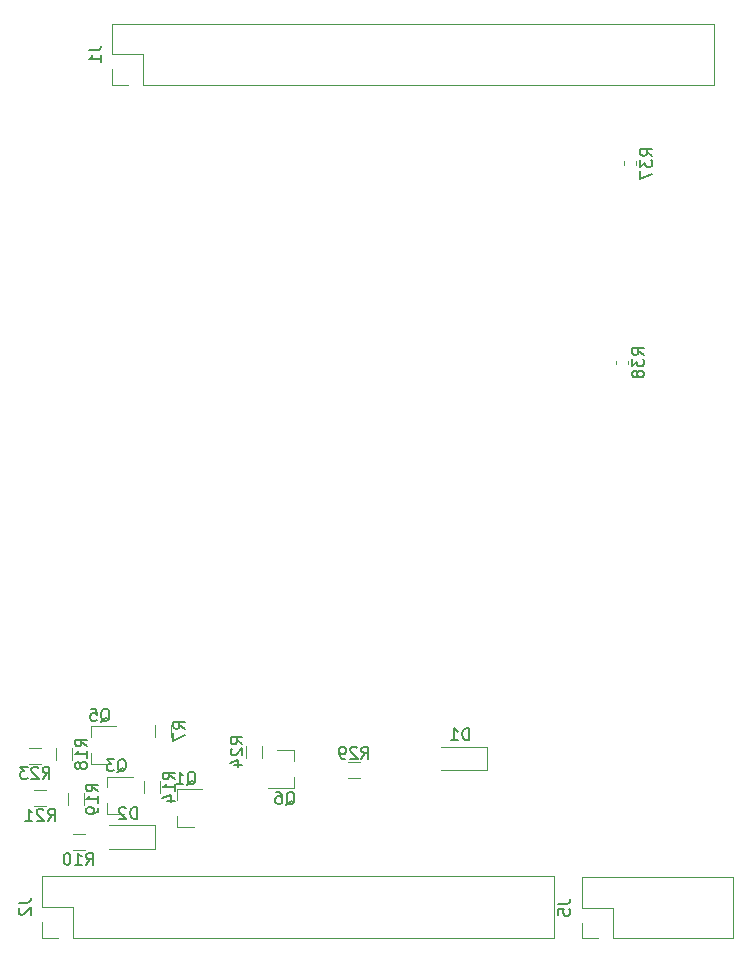
<source format=gbo>
G04 #@! TF.GenerationSoftware,KiCad,Pcbnew,(5.1.5)-3*
G04 #@! TF.CreationDate,2020-05-03T22:11:19-07:00*
G04 #@! TF.ProjectId,DashSight-Mezzanine-Card,44617368-5369-4676-9874-2d4d657a7a61,rev?*
G04 #@! TF.SameCoordinates,Original*
G04 #@! TF.FileFunction,Legend,Bot*
G04 #@! TF.FilePolarity,Positive*
%FSLAX46Y46*%
G04 Gerber Fmt 4.6, Leading zero omitted, Abs format (unit mm)*
G04 Created by KiCad (PCBNEW (5.1.5)-3) date 2020-05-03 22:11:19*
%MOMM*%
%LPD*%
G04 APERTURE LIST*
%ADD10C,0.120000*%
%ADD11C,0.150000*%
G04 APERTURE END LIST*
D10*
X145609000Y-50816000D02*
X145609000Y-52146000D01*
X145609000Y-52146000D02*
X146939000Y-52146000D01*
X145609000Y-49546000D02*
X148209000Y-49546000D01*
X148209000Y-49546000D02*
X148209000Y-52146000D01*
X148209000Y-52146000D02*
X196529000Y-52146000D01*
X196529000Y-46946000D02*
X196529000Y-52146000D01*
X145609000Y-46946000D02*
X196529000Y-46946000D01*
X145609000Y-46946000D02*
X145609000Y-49546000D01*
X188923200Y-58938379D02*
X188923200Y-58612821D01*
X189943200Y-58938379D02*
X189943200Y-58612821D01*
X188212000Y-75803979D02*
X188212000Y-75478421D01*
X189232000Y-75803979D02*
X189232000Y-75478421D01*
X185360000Y-123063000D02*
X185360000Y-124393000D01*
X185360000Y-124393000D02*
X186690000Y-124393000D01*
X185360000Y-121793000D02*
X187960000Y-121793000D01*
X187960000Y-121793000D02*
X187960000Y-124393000D01*
X187960000Y-124393000D02*
X198180000Y-124393000D01*
X198180000Y-119193000D02*
X198180000Y-124393000D01*
X185360000Y-119193000D02*
X198180000Y-119193000D01*
X185360000Y-119193000D02*
X185360000Y-121793000D01*
X139670000Y-123000000D02*
X139670000Y-124330000D01*
X139670000Y-124330000D02*
X141000000Y-124330000D01*
X139670000Y-121730000D02*
X142270000Y-121730000D01*
X142270000Y-121730000D02*
X142270000Y-124330000D01*
X142270000Y-124330000D02*
X182970000Y-124330000D01*
X182970000Y-119130000D02*
X182970000Y-124330000D01*
X139670000Y-119130000D02*
X182970000Y-119130000D01*
X139670000Y-119130000D02*
X139670000Y-121730000D01*
X160970500Y-108465500D02*
X159510500Y-108465500D01*
X160970500Y-111625500D02*
X158810500Y-111625500D01*
X160970500Y-111625500D02*
X160970500Y-110695500D01*
X160970500Y-108465500D02*
X160970500Y-109395500D01*
X143766000Y-109593500D02*
X145226000Y-109593500D01*
X143766000Y-106433500D02*
X145926000Y-106433500D01*
X143766000Y-106433500D02*
X143766000Y-107363500D01*
X143766000Y-109593500D02*
X143766000Y-108663500D01*
X145163000Y-113848000D02*
X146623000Y-113848000D01*
X145163000Y-110688000D02*
X147323000Y-110688000D01*
X145163000Y-110688000D02*
X145163000Y-111618000D01*
X145163000Y-113848000D02*
X145163000Y-112918000D01*
X151068500Y-114927500D02*
X152528500Y-114927500D01*
X151068500Y-111767500D02*
X153228500Y-111767500D01*
X151068500Y-111767500D02*
X151068500Y-112697500D01*
X151068500Y-114927500D02*
X151068500Y-113997500D01*
X141814000Y-112085500D02*
X141814000Y-113085500D01*
X143174000Y-113085500D02*
X143174000Y-112085500D01*
X177319500Y-108156500D02*
X177319500Y-110156500D01*
X177319500Y-110156500D02*
X173419500Y-110156500D01*
X177319500Y-108156500D02*
X173419500Y-108156500D01*
X149189000Y-114824000D02*
X149189000Y-116824000D01*
X149189000Y-116824000D02*
X145289000Y-116824000D01*
X149189000Y-114824000D02*
X145289000Y-114824000D01*
X165552500Y-110852500D02*
X166552500Y-110852500D01*
X166552500Y-109492500D02*
X165552500Y-109492500D01*
X139565000Y-108286000D02*
X138565000Y-108286000D01*
X138565000Y-109646000D02*
X139565000Y-109646000D01*
X140009500Y-111842000D02*
X139009500Y-111842000D01*
X139009500Y-113202000D02*
X140009500Y-113202000D01*
X140861500Y-108275500D02*
X140861500Y-109275500D01*
X142221500Y-109275500D02*
X142221500Y-108275500D01*
X158287000Y-109085000D02*
X158287000Y-108085000D01*
X156927000Y-108085000D02*
X156927000Y-109085000D01*
X143248000Y-115588500D02*
X142248000Y-115588500D01*
X142248000Y-116948500D02*
X143248000Y-116948500D01*
X148291000Y-111069500D02*
X148291000Y-112069500D01*
X149651000Y-112069500D02*
X149651000Y-111069500D01*
X149180000Y-106307000D02*
X149180000Y-107307000D01*
X150540000Y-107307000D02*
X150540000Y-106307000D01*
D11*
X143621380Y-49212666D02*
X144335666Y-49212666D01*
X144478523Y-49165047D01*
X144573761Y-49069809D01*
X144621380Y-48926952D01*
X144621380Y-48831714D01*
X144621380Y-50212666D02*
X144621380Y-49641238D01*
X144621380Y-49926952D02*
X143621380Y-49926952D01*
X143764238Y-49831714D01*
X143859476Y-49736476D01*
X143907095Y-49641238D01*
X191315580Y-58132742D02*
X190839390Y-57799409D01*
X191315580Y-57561314D02*
X190315580Y-57561314D01*
X190315580Y-57942266D01*
X190363200Y-58037504D01*
X190410819Y-58085123D01*
X190506057Y-58132742D01*
X190648914Y-58132742D01*
X190744152Y-58085123D01*
X190791771Y-58037504D01*
X190839390Y-57942266D01*
X190839390Y-57561314D01*
X190315580Y-58466076D02*
X190315580Y-59085123D01*
X190696533Y-58751790D01*
X190696533Y-58894647D01*
X190744152Y-58989885D01*
X190791771Y-59037504D01*
X190887009Y-59085123D01*
X191125104Y-59085123D01*
X191220342Y-59037504D01*
X191267961Y-58989885D01*
X191315580Y-58894647D01*
X191315580Y-58608933D01*
X191267961Y-58513695D01*
X191220342Y-58466076D01*
X190315580Y-59418457D02*
X190315580Y-60085123D01*
X191315580Y-59656552D01*
X190604380Y-74998342D02*
X190128190Y-74665009D01*
X190604380Y-74426914D02*
X189604380Y-74426914D01*
X189604380Y-74807866D01*
X189652000Y-74903104D01*
X189699619Y-74950723D01*
X189794857Y-74998342D01*
X189937714Y-74998342D01*
X190032952Y-74950723D01*
X190080571Y-74903104D01*
X190128190Y-74807866D01*
X190128190Y-74426914D01*
X189604380Y-75331676D02*
X189604380Y-75950723D01*
X189985333Y-75617390D01*
X189985333Y-75760247D01*
X190032952Y-75855485D01*
X190080571Y-75903104D01*
X190175809Y-75950723D01*
X190413904Y-75950723D01*
X190509142Y-75903104D01*
X190556761Y-75855485D01*
X190604380Y-75760247D01*
X190604380Y-75474533D01*
X190556761Y-75379295D01*
X190509142Y-75331676D01*
X190032952Y-76522152D02*
X189985333Y-76426914D01*
X189937714Y-76379295D01*
X189842476Y-76331676D01*
X189794857Y-76331676D01*
X189699619Y-76379295D01*
X189652000Y-76426914D01*
X189604380Y-76522152D01*
X189604380Y-76712628D01*
X189652000Y-76807866D01*
X189699619Y-76855485D01*
X189794857Y-76903104D01*
X189842476Y-76903104D01*
X189937714Y-76855485D01*
X189985333Y-76807866D01*
X190032952Y-76712628D01*
X190032952Y-76522152D01*
X190080571Y-76426914D01*
X190128190Y-76379295D01*
X190223428Y-76331676D01*
X190413904Y-76331676D01*
X190509142Y-76379295D01*
X190556761Y-76426914D01*
X190604380Y-76522152D01*
X190604380Y-76712628D01*
X190556761Y-76807866D01*
X190509142Y-76855485D01*
X190413904Y-76903104D01*
X190223428Y-76903104D01*
X190128190Y-76855485D01*
X190080571Y-76807866D01*
X190032952Y-76712628D01*
X183372380Y-121459666D02*
X184086666Y-121459666D01*
X184229523Y-121412047D01*
X184324761Y-121316809D01*
X184372380Y-121173952D01*
X184372380Y-121078714D01*
X183372380Y-122412047D02*
X183372380Y-121935857D01*
X183848571Y-121888238D01*
X183800952Y-121935857D01*
X183753333Y-122031095D01*
X183753333Y-122269190D01*
X183800952Y-122364428D01*
X183848571Y-122412047D01*
X183943809Y-122459666D01*
X184181904Y-122459666D01*
X184277142Y-122412047D01*
X184324761Y-122364428D01*
X184372380Y-122269190D01*
X184372380Y-122031095D01*
X184324761Y-121935857D01*
X184277142Y-121888238D01*
X137682380Y-121396666D02*
X138396666Y-121396666D01*
X138539523Y-121349047D01*
X138634761Y-121253809D01*
X138682380Y-121110952D01*
X138682380Y-121015714D01*
X137777619Y-121825238D02*
X137730000Y-121872857D01*
X137682380Y-121968095D01*
X137682380Y-122206190D01*
X137730000Y-122301428D01*
X137777619Y-122349047D01*
X137872857Y-122396666D01*
X137968095Y-122396666D01*
X138110952Y-122349047D01*
X138682380Y-121777619D01*
X138682380Y-122396666D01*
X160305738Y-113093119D02*
X160400976Y-113045500D01*
X160496214Y-112950261D01*
X160639071Y-112807404D01*
X160734309Y-112759785D01*
X160829547Y-112759785D01*
X160781928Y-112997880D02*
X160877166Y-112950261D01*
X160972404Y-112855023D01*
X161020023Y-112664547D01*
X161020023Y-112331214D01*
X160972404Y-112140738D01*
X160877166Y-112045500D01*
X160781928Y-111997880D01*
X160591452Y-111997880D01*
X160496214Y-112045500D01*
X160400976Y-112140738D01*
X160353357Y-112331214D01*
X160353357Y-112664547D01*
X160400976Y-112855023D01*
X160496214Y-112950261D01*
X160591452Y-112997880D01*
X160781928Y-112997880D01*
X159496214Y-111997880D02*
X159686690Y-111997880D01*
X159781928Y-112045500D01*
X159829547Y-112093119D01*
X159924785Y-112235976D01*
X159972404Y-112426452D01*
X159972404Y-112807404D01*
X159924785Y-112902642D01*
X159877166Y-112950261D01*
X159781928Y-112997880D01*
X159591452Y-112997880D01*
X159496214Y-112950261D01*
X159448595Y-112902642D01*
X159400976Y-112807404D01*
X159400976Y-112569309D01*
X159448595Y-112474071D01*
X159496214Y-112426452D01*
X159591452Y-112378833D01*
X159781928Y-112378833D01*
X159877166Y-112426452D01*
X159924785Y-112474071D01*
X159972404Y-112569309D01*
X144621238Y-106061119D02*
X144716476Y-106013500D01*
X144811714Y-105918261D01*
X144954571Y-105775404D01*
X145049809Y-105727785D01*
X145145047Y-105727785D01*
X145097428Y-105965880D02*
X145192666Y-105918261D01*
X145287904Y-105823023D01*
X145335523Y-105632547D01*
X145335523Y-105299214D01*
X145287904Y-105108738D01*
X145192666Y-105013500D01*
X145097428Y-104965880D01*
X144906952Y-104965880D01*
X144811714Y-105013500D01*
X144716476Y-105108738D01*
X144668857Y-105299214D01*
X144668857Y-105632547D01*
X144716476Y-105823023D01*
X144811714Y-105918261D01*
X144906952Y-105965880D01*
X145097428Y-105965880D01*
X143764095Y-104965880D02*
X144240285Y-104965880D01*
X144287904Y-105442071D01*
X144240285Y-105394452D01*
X144145047Y-105346833D01*
X143906952Y-105346833D01*
X143811714Y-105394452D01*
X143764095Y-105442071D01*
X143716476Y-105537309D01*
X143716476Y-105775404D01*
X143764095Y-105870642D01*
X143811714Y-105918261D01*
X143906952Y-105965880D01*
X144145047Y-105965880D01*
X144240285Y-105918261D01*
X144287904Y-105870642D01*
X146018238Y-110315619D02*
X146113476Y-110268000D01*
X146208714Y-110172761D01*
X146351571Y-110029904D01*
X146446809Y-109982285D01*
X146542047Y-109982285D01*
X146494428Y-110220380D02*
X146589666Y-110172761D01*
X146684904Y-110077523D01*
X146732523Y-109887047D01*
X146732523Y-109553714D01*
X146684904Y-109363238D01*
X146589666Y-109268000D01*
X146494428Y-109220380D01*
X146303952Y-109220380D01*
X146208714Y-109268000D01*
X146113476Y-109363238D01*
X146065857Y-109553714D01*
X146065857Y-109887047D01*
X146113476Y-110077523D01*
X146208714Y-110172761D01*
X146303952Y-110220380D01*
X146494428Y-110220380D01*
X145732523Y-109220380D02*
X145113476Y-109220380D01*
X145446809Y-109601333D01*
X145303952Y-109601333D01*
X145208714Y-109648952D01*
X145161095Y-109696571D01*
X145113476Y-109791809D01*
X145113476Y-110029904D01*
X145161095Y-110125142D01*
X145208714Y-110172761D01*
X145303952Y-110220380D01*
X145589666Y-110220380D01*
X145684904Y-110172761D01*
X145732523Y-110125142D01*
X151923738Y-111395119D02*
X152018976Y-111347500D01*
X152114214Y-111252261D01*
X152257071Y-111109404D01*
X152352309Y-111061785D01*
X152447547Y-111061785D01*
X152399928Y-111299880D02*
X152495166Y-111252261D01*
X152590404Y-111157023D01*
X152638023Y-110966547D01*
X152638023Y-110633214D01*
X152590404Y-110442738D01*
X152495166Y-110347500D01*
X152399928Y-110299880D01*
X152209452Y-110299880D01*
X152114214Y-110347500D01*
X152018976Y-110442738D01*
X151971357Y-110633214D01*
X151971357Y-110966547D01*
X152018976Y-111157023D01*
X152114214Y-111252261D01*
X152209452Y-111299880D01*
X152399928Y-111299880D01*
X151018976Y-111299880D02*
X151590404Y-111299880D01*
X151304690Y-111299880D02*
X151304690Y-110299880D01*
X151399928Y-110442738D01*
X151495166Y-110537976D01*
X151590404Y-110585595D01*
X144396380Y-111942642D02*
X143920190Y-111609309D01*
X144396380Y-111371214D02*
X143396380Y-111371214D01*
X143396380Y-111752166D01*
X143444000Y-111847404D01*
X143491619Y-111895023D01*
X143586857Y-111942642D01*
X143729714Y-111942642D01*
X143824952Y-111895023D01*
X143872571Y-111847404D01*
X143920190Y-111752166D01*
X143920190Y-111371214D01*
X144396380Y-112895023D02*
X144396380Y-112323595D01*
X144396380Y-112609309D02*
X143396380Y-112609309D01*
X143539238Y-112514071D01*
X143634476Y-112418833D01*
X143682095Y-112323595D01*
X144396380Y-113371214D02*
X144396380Y-113561690D01*
X144348761Y-113656928D01*
X144301142Y-113704547D01*
X144158285Y-113799785D01*
X143967809Y-113847404D01*
X143586857Y-113847404D01*
X143491619Y-113799785D01*
X143444000Y-113752166D01*
X143396380Y-113656928D01*
X143396380Y-113466452D01*
X143444000Y-113371214D01*
X143491619Y-113323595D01*
X143586857Y-113275976D01*
X143824952Y-113275976D01*
X143920190Y-113323595D01*
X143967809Y-113371214D01*
X144015428Y-113466452D01*
X144015428Y-113656928D01*
X143967809Y-113752166D01*
X143920190Y-113799785D01*
X143824952Y-113847404D01*
X175807595Y-107608880D02*
X175807595Y-106608880D01*
X175569500Y-106608880D01*
X175426642Y-106656500D01*
X175331404Y-106751738D01*
X175283785Y-106846976D01*
X175236166Y-107037452D01*
X175236166Y-107180309D01*
X175283785Y-107370785D01*
X175331404Y-107466023D01*
X175426642Y-107561261D01*
X175569500Y-107608880D01*
X175807595Y-107608880D01*
X174283785Y-107608880D02*
X174855214Y-107608880D01*
X174569500Y-107608880D02*
X174569500Y-106608880D01*
X174664738Y-106751738D01*
X174759976Y-106846976D01*
X174855214Y-106894595D01*
X147677095Y-114276380D02*
X147677095Y-113276380D01*
X147439000Y-113276380D01*
X147296142Y-113324000D01*
X147200904Y-113419238D01*
X147153285Y-113514476D01*
X147105666Y-113704952D01*
X147105666Y-113847809D01*
X147153285Y-114038285D01*
X147200904Y-114133523D01*
X147296142Y-114228761D01*
X147439000Y-114276380D01*
X147677095Y-114276380D01*
X146724714Y-113371619D02*
X146677095Y-113324000D01*
X146581857Y-113276380D01*
X146343761Y-113276380D01*
X146248523Y-113324000D01*
X146200904Y-113371619D01*
X146153285Y-113466857D01*
X146153285Y-113562095D01*
X146200904Y-113704952D01*
X146772333Y-114276380D01*
X146153285Y-114276380D01*
X166695357Y-109174880D02*
X167028690Y-108698690D01*
X167266785Y-109174880D02*
X167266785Y-108174880D01*
X166885833Y-108174880D01*
X166790595Y-108222500D01*
X166742976Y-108270119D01*
X166695357Y-108365357D01*
X166695357Y-108508214D01*
X166742976Y-108603452D01*
X166790595Y-108651071D01*
X166885833Y-108698690D01*
X167266785Y-108698690D01*
X166314404Y-108270119D02*
X166266785Y-108222500D01*
X166171547Y-108174880D01*
X165933452Y-108174880D01*
X165838214Y-108222500D01*
X165790595Y-108270119D01*
X165742976Y-108365357D01*
X165742976Y-108460595D01*
X165790595Y-108603452D01*
X166362023Y-109174880D01*
X165742976Y-109174880D01*
X165266785Y-109174880D02*
X165076309Y-109174880D01*
X164981071Y-109127261D01*
X164933452Y-109079642D01*
X164838214Y-108936785D01*
X164790595Y-108746309D01*
X164790595Y-108365357D01*
X164838214Y-108270119D01*
X164885833Y-108222500D01*
X164981071Y-108174880D01*
X165171547Y-108174880D01*
X165266785Y-108222500D01*
X165314404Y-108270119D01*
X165362023Y-108365357D01*
X165362023Y-108603452D01*
X165314404Y-108698690D01*
X165266785Y-108746309D01*
X165171547Y-108793928D01*
X164981071Y-108793928D01*
X164885833Y-108746309D01*
X164838214Y-108698690D01*
X164790595Y-108603452D01*
X139707857Y-110868380D02*
X140041190Y-110392190D01*
X140279285Y-110868380D02*
X140279285Y-109868380D01*
X139898333Y-109868380D01*
X139803095Y-109916000D01*
X139755476Y-109963619D01*
X139707857Y-110058857D01*
X139707857Y-110201714D01*
X139755476Y-110296952D01*
X139803095Y-110344571D01*
X139898333Y-110392190D01*
X140279285Y-110392190D01*
X139326904Y-109963619D02*
X139279285Y-109916000D01*
X139184047Y-109868380D01*
X138945952Y-109868380D01*
X138850714Y-109916000D01*
X138803095Y-109963619D01*
X138755476Y-110058857D01*
X138755476Y-110154095D01*
X138803095Y-110296952D01*
X139374523Y-110868380D01*
X138755476Y-110868380D01*
X138422142Y-109868380D02*
X137803095Y-109868380D01*
X138136428Y-110249333D01*
X137993571Y-110249333D01*
X137898333Y-110296952D01*
X137850714Y-110344571D01*
X137803095Y-110439809D01*
X137803095Y-110677904D01*
X137850714Y-110773142D01*
X137898333Y-110820761D01*
X137993571Y-110868380D01*
X138279285Y-110868380D01*
X138374523Y-110820761D01*
X138422142Y-110773142D01*
X140152357Y-114424380D02*
X140485690Y-113948190D01*
X140723785Y-114424380D02*
X140723785Y-113424380D01*
X140342833Y-113424380D01*
X140247595Y-113472000D01*
X140199976Y-113519619D01*
X140152357Y-113614857D01*
X140152357Y-113757714D01*
X140199976Y-113852952D01*
X140247595Y-113900571D01*
X140342833Y-113948190D01*
X140723785Y-113948190D01*
X139771404Y-113519619D02*
X139723785Y-113472000D01*
X139628547Y-113424380D01*
X139390452Y-113424380D01*
X139295214Y-113472000D01*
X139247595Y-113519619D01*
X139199976Y-113614857D01*
X139199976Y-113710095D01*
X139247595Y-113852952D01*
X139819023Y-114424380D01*
X139199976Y-114424380D01*
X138247595Y-114424380D02*
X138819023Y-114424380D01*
X138533309Y-114424380D02*
X138533309Y-113424380D01*
X138628547Y-113567238D01*
X138723785Y-113662476D01*
X138819023Y-113710095D01*
X143443880Y-108132642D02*
X142967690Y-107799309D01*
X143443880Y-107561214D02*
X142443880Y-107561214D01*
X142443880Y-107942166D01*
X142491500Y-108037404D01*
X142539119Y-108085023D01*
X142634357Y-108132642D01*
X142777214Y-108132642D01*
X142872452Y-108085023D01*
X142920071Y-108037404D01*
X142967690Y-107942166D01*
X142967690Y-107561214D01*
X143443880Y-109085023D02*
X143443880Y-108513595D01*
X143443880Y-108799309D02*
X142443880Y-108799309D01*
X142586738Y-108704071D01*
X142681976Y-108608833D01*
X142729595Y-108513595D01*
X142872452Y-109656452D02*
X142824833Y-109561214D01*
X142777214Y-109513595D01*
X142681976Y-109465976D01*
X142634357Y-109465976D01*
X142539119Y-109513595D01*
X142491500Y-109561214D01*
X142443880Y-109656452D01*
X142443880Y-109846928D01*
X142491500Y-109942166D01*
X142539119Y-109989785D01*
X142634357Y-110037404D01*
X142681976Y-110037404D01*
X142777214Y-109989785D01*
X142824833Y-109942166D01*
X142872452Y-109846928D01*
X142872452Y-109656452D01*
X142920071Y-109561214D01*
X142967690Y-109513595D01*
X143062928Y-109465976D01*
X143253404Y-109465976D01*
X143348642Y-109513595D01*
X143396261Y-109561214D01*
X143443880Y-109656452D01*
X143443880Y-109846928D01*
X143396261Y-109942166D01*
X143348642Y-109989785D01*
X143253404Y-110037404D01*
X143062928Y-110037404D01*
X142967690Y-109989785D01*
X142920071Y-109942166D01*
X142872452Y-109846928D01*
X156609380Y-107942142D02*
X156133190Y-107608809D01*
X156609380Y-107370714D02*
X155609380Y-107370714D01*
X155609380Y-107751666D01*
X155657000Y-107846904D01*
X155704619Y-107894523D01*
X155799857Y-107942142D01*
X155942714Y-107942142D01*
X156037952Y-107894523D01*
X156085571Y-107846904D01*
X156133190Y-107751666D01*
X156133190Y-107370714D01*
X155704619Y-108323095D02*
X155657000Y-108370714D01*
X155609380Y-108465952D01*
X155609380Y-108704047D01*
X155657000Y-108799285D01*
X155704619Y-108846904D01*
X155799857Y-108894523D01*
X155895095Y-108894523D01*
X156037952Y-108846904D01*
X156609380Y-108275476D01*
X156609380Y-108894523D01*
X155942714Y-109751666D02*
X156609380Y-109751666D01*
X155561761Y-109513571D02*
X156276047Y-109275476D01*
X156276047Y-109894523D01*
X143390857Y-118170880D02*
X143724190Y-117694690D01*
X143962285Y-118170880D02*
X143962285Y-117170880D01*
X143581333Y-117170880D01*
X143486095Y-117218500D01*
X143438476Y-117266119D01*
X143390857Y-117361357D01*
X143390857Y-117504214D01*
X143438476Y-117599452D01*
X143486095Y-117647071D01*
X143581333Y-117694690D01*
X143962285Y-117694690D01*
X142438476Y-118170880D02*
X143009904Y-118170880D01*
X142724190Y-118170880D02*
X142724190Y-117170880D01*
X142819428Y-117313738D01*
X142914666Y-117408976D01*
X143009904Y-117456595D01*
X141819428Y-117170880D02*
X141724190Y-117170880D01*
X141628952Y-117218500D01*
X141581333Y-117266119D01*
X141533714Y-117361357D01*
X141486095Y-117551833D01*
X141486095Y-117789928D01*
X141533714Y-117980404D01*
X141581333Y-118075642D01*
X141628952Y-118123261D01*
X141724190Y-118170880D01*
X141819428Y-118170880D01*
X141914666Y-118123261D01*
X141962285Y-118075642D01*
X142009904Y-117980404D01*
X142057523Y-117789928D01*
X142057523Y-117551833D01*
X142009904Y-117361357D01*
X141962285Y-117266119D01*
X141914666Y-117218500D01*
X141819428Y-117170880D01*
X150873380Y-110926642D02*
X150397190Y-110593309D01*
X150873380Y-110355214D02*
X149873380Y-110355214D01*
X149873380Y-110736166D01*
X149921000Y-110831404D01*
X149968619Y-110879023D01*
X150063857Y-110926642D01*
X150206714Y-110926642D01*
X150301952Y-110879023D01*
X150349571Y-110831404D01*
X150397190Y-110736166D01*
X150397190Y-110355214D01*
X150873380Y-111879023D02*
X150873380Y-111307595D01*
X150873380Y-111593309D02*
X149873380Y-111593309D01*
X150016238Y-111498071D01*
X150111476Y-111402833D01*
X150159095Y-111307595D01*
X150206714Y-112736166D02*
X150873380Y-112736166D01*
X149825761Y-112498071D02*
X150540047Y-112259976D01*
X150540047Y-112879023D01*
X151762380Y-106640333D02*
X151286190Y-106307000D01*
X151762380Y-106068904D02*
X150762380Y-106068904D01*
X150762380Y-106449857D01*
X150810000Y-106545095D01*
X150857619Y-106592714D01*
X150952857Y-106640333D01*
X151095714Y-106640333D01*
X151190952Y-106592714D01*
X151238571Y-106545095D01*
X151286190Y-106449857D01*
X151286190Y-106068904D01*
X150762380Y-106973666D02*
X150762380Y-107640333D01*
X151762380Y-107211761D01*
M02*

</source>
